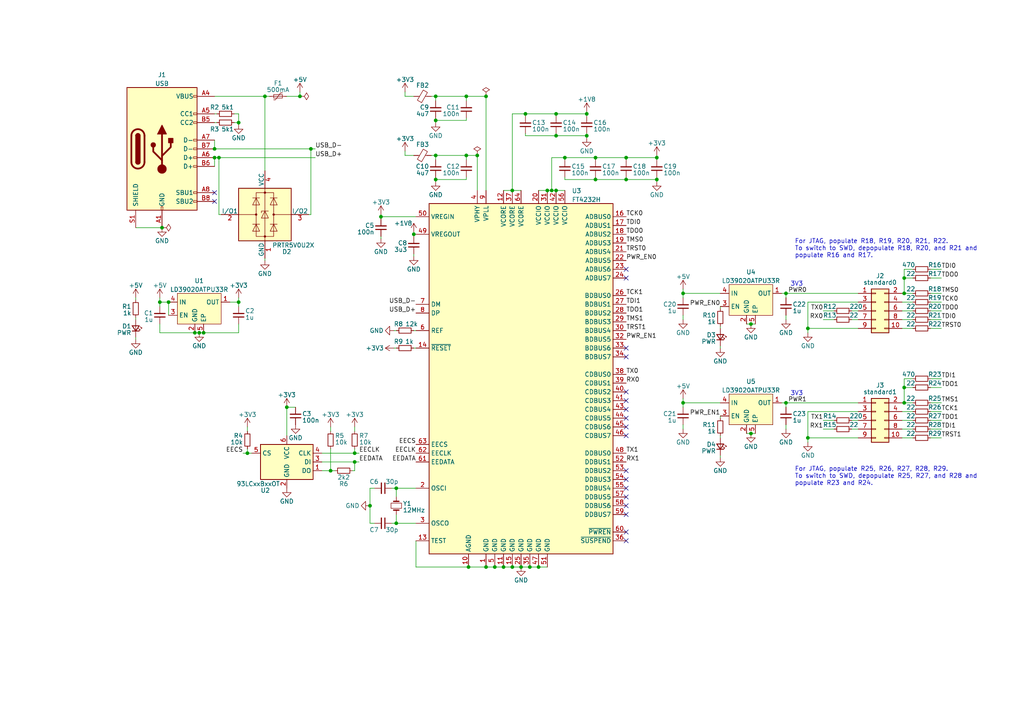
<source format=kicad_sch>
(kicad_sch (version 20230121) (generator eeschema)
  (paper "A4")
  (lib_symbols
    (symbol "Connector:USB_C_Receptacle_USB2.0" (pin_names (offset 1.016))
      (property "Reference" "J" (at -10.16 19.05 0))
      (property "Value" "USB_C_Receptacle_USB2.0" (at 19.05 19.05 0))
      (symbol "USB_C_Receptacle_USB2.0_1_1"
        (pin passive line (at 0 -22.86 90) (length 5.08) (name "GND") (number "A1"))
        (pin passive line (at 0 -22.86 90) (length 5.08) hide (name "GND") (number "A12"))
        (pin passive line (at 15.24 15.24 180) (length 5.08) (name "VBUS") (number "A4"))
        (pin bidirectional line (at 15.24 10.16 180) (length 5.08) (name "CC1") (number "A5"))
        (pin bidirectional line (at 15.24 -2.54 180) (length 5.08) (name "D+") (number "A6"))
        (pin bidirectional line (at 15.24 2.54 180) (length 5.08) (name "D-") (number "A7"))
        (pin bidirectional line (at 15.24 -12.7 180) (length 5.08) (name "SBU1") (number "A8"))
        (pin passive line (at 15.24 15.24 180) (length 5.08) hide (name "VBUS") (number "A9"))
        (pin passive line (at 0 -22.86 90) (length 5.08) hide (name "GND") (number "B1"))
        (pin passive line (at 0 -22.86 90) (length 5.08) hide (name "GND") (number "B12"))
        (pin passive line (at 15.24 15.24 180) (length 5.08) hide (name "VBUS") (number "B4"))
        (pin bidirectional line (at 15.24 7.62 180) (length 5.08) (name "CC2") (number "B5"))
        (pin bidirectional line (at 15.24 -5.08 180) (length 5.08) (name "D+") (number "B6"))
        (pin bidirectional line (at 15.24 0 180) (length 5.08) (name "D-") (number "B7"))
        (pin bidirectional line (at 15.24 -15.24 180) (length 5.08) (name "SBU2") (number "B8"))
        (pin passive line (at 15.24 15.24 180) (length 5.08) hide (name "VBUS") (number "B9"))
        (pin passive line (at -7.62 -22.86 90) (length 5.08) (name "SHIELD") (number "S1"))
      )
    )
    (symbol "Connector_Generic:Conn_02x05_Odd_Even" (pin_names (offset 1.016) hide)
      (property "Reference" "J" (at 1.27 7.62 0))
      (property "Value" "Conn_02x05_Odd_Even" (at 1.27 -7.62 0))
      (symbol "Conn_02x05_Odd_Even_1_1"
        (pin passive line (at -5.08 5.08 0) (length 3.81) (name "Pin_1") (number "1"))
        (pin passive line (at 7.62 -5.08 180) (length 3.81) (name "Pin_10") (number "10"))
        (pin passive line (at 7.62 5.08 180) (length 3.81) (name "Pin_2") (number "2"))
        (pin passive line (at -5.08 2.54 0) (length 3.81) (name "Pin_3") (number "3"))
        (pin passive line (at 7.62 2.54 180) (length 3.81) (name "Pin_4") (number "4"))
        (pin passive line (at -5.08 0 0) (length 3.81) (name "Pin_5") (number "5"))
        (pin passive line (at 7.62 0 180) (length 3.81) (name "Pin_6") (number "6"))
        (pin passive line (at -5.08 -2.54 0) (length 3.81) (name "Pin_7") (number "7"))
        (pin passive line (at 7.62 -2.54 180) (length 3.81) (name "Pin_8") (number "8"))
        (pin passive line (at -5.08 -5.08 0) (length 3.81) (name "Pin_9") (number "9"))
      )
    )
    (symbol "Device:C_Small" (pin_numbers hide) (pin_names (offset 0.254) hide)
      (property "Reference" "C" (at 0.254 1.778 0))
      (property "Value" "C_Small" (at 0.254 -2.032 0))
      (symbol "C_Small_1_1"
        (pin passive line (at 0 2.54 270) (length 2.032) (name "~") (number "1"))
        (pin passive line (at 0 -2.54 90) (length 2.032) (name "~") (number "2"))
      )
    )
    (symbol "Device:Crystal_Small" (pin_numbers hide) (pin_names (offset 1.016) hide)
      (property "Reference" "Y" (at 0 2.54 0))
      (property "Value" "Crystal_Small" (at 0 -2.54 0))
      (symbol "Crystal_Small_1_1"
        (pin passive line (at -2.54 0 0) (length 1.27) (name "1") (number "1"))
        (pin passive line (at 2.54 0 180) (length 1.27) (name "2") (number "2"))
      )
    )
    (symbol "Device:FerriteBead_Small" (pin_numbers hide) (pin_names (offset 0))
      (property "Reference" "FB" (at 1.905 1.27 0))
      (property "Value" "FerriteBead_Small" (at 1.905 -1.27 0))
      (symbol "FerriteBead_Small_1_1"
        (pin passive line (at 0 2.54 270) (length 1.27) (name "~") (number "1"))
        (pin passive line (at 0 -2.54 90) (length 1.27) (name "~") (number "2"))
      )
    )
    (symbol "Device:LED_Small" (pin_numbers hide) (pin_names (offset 0.254) hide)
      (property "Reference" "D" (at -1.27 3.175 0))
      (property "Value" "LED_Small" (at -4.445 -2.54 0))
      (symbol "LED_Small_1_1"
        (pin passive line (at -2.54 0 0) (length 1.778) (name "K") (number "1"))
        (pin passive line (at 2.54 0 180) (length 1.778) (name "A") (number "2"))
      )
    )
    (symbol "Device:Polyfuse_Small" (pin_numbers hide) (pin_names (offset 0))
      (property "Reference" "F" (at -1.905 0 90))
      (property "Value" "Polyfuse_Small" (at 1.905 0 90))
      (symbol "Polyfuse_Small_1_1"
        (pin passive line (at 0 2.54 270) (length 0.635) (name "~") (number "1"))
        (pin passive line (at 0 -2.54 90) (length 0.635) (name "~") (number "2"))
      )
    )
    (symbol "Device:R_Small" (pin_numbers hide) (pin_names (offset 0.254) hide)
      (property "Reference" "R" (at 0.762 0.508 0))
      (property "Value" "R_Small" (at 0.762 -1.016 0))
      (symbol "R_Small_1_1"
        (pin passive line (at 0 2.54 270) (length 0.762) (name "~") (number "1"))
        (pin passive line (at 0 -2.54 90) (length 0.762) (name "~") (number "2"))
      )
    )
    (symbol "Interface_USB:FT4232H"
      (property "Reference" "U" (at -26.67 53.34 0))
      (property "Value" "FT4232H" (at 19.05 53.34 0))
      (symbol "FT4232H_1_1"
        (pin power_in line (at -10.16 -53.34 90) (length 3.81) (name "GND") (number "1"))
        (pin power_in line (at -15.24 -53.34 90) (length 3.81) (name "AGND") (number "10"))
        (pin power_in line (at -5.08 -53.34 90) (length 3.81) (name "GND") (number "11"))
        (pin power_in line (at -5.08 55.88 270) (length 3.81) (name "VCORE") (number "12"))
        (pin input line (at -30.48 -45.72 0) (length 3.81) (name "TEST") (number "13"))
        (pin input line (at -30.48 10.16 0) (length 3.81) (name "~{RESET}") (number "14"))
        (pin power_in line (at -2.54 -53.34 90) (length 3.81) (name "GND") (number "15"))
        (pin bidirectional line (at 30.48 48.26 180) (length 3.81) (name "ADBUS0") (number "16"))
        (pin bidirectional line (at 30.48 45.72 180) (length 3.81) (name "ADBUS1") (number "17"))
        (pin bidirectional line (at 30.48 43.18 180) (length 3.81) (name "ADBUS2") (number "18"))
        (pin bidirectional line (at 30.48 40.64 180) (length 3.81) (name "ADBUS3") (number "19"))
        (pin input line (at -30.48 -30.48 0) (length 3.81) (name "OSCI") (number "2"))
        (pin power_in line (at 5.08 55.88 270) (length 3.81) (name "VCCIO") (number "20"))
        (pin bidirectional line (at 30.48 38.1 180) (length 3.81) (name "ADBUS4") (number "21"))
        (pin bidirectional line (at 30.48 35.56 180) (length 3.81) (name "ADBUS5") (number "22"))
        (pin bidirectional line (at 30.48 33.02 180) (length 3.81) (name "ADBUS6") (number "23"))
        (pin bidirectional line (at 30.48 30.48 180) (length 3.81) (name "ADBUS7") (number "24"))
        (pin power_in line (at 0 -53.34 90) (length 3.81) (name "GND") (number "25"))
        (pin bidirectional line (at 30.48 25.4 180) (length 3.81) (name "BDBUS0") (number "26"))
        (pin bidirectional line (at 30.48 22.86 180) (length 3.81) (name "BDBUS1") (number "27"))
        (pin bidirectional line (at 30.48 20.32 180) (length 3.81) (name "BDBUS2") (number "28"))
        (pin bidirectional line (at 30.48 17.78 180) (length 3.81) (name "BDBUS3") (number "29"))
        (pin output line (at -30.48 -40.64 0) (length 3.81) (name "OSCO") (number "3"))
        (pin bidirectional line (at 30.48 15.24 180) (length 3.81) (name "BDBUS4") (number "30"))
        (pin power_in line (at 7.62 55.88 270) (length 3.81) (name "VCCIO") (number "31"))
        (pin bidirectional line (at 30.48 12.7 180) (length 3.81) (name "BDBUS5") (number "32"))
        (pin bidirectional line (at 30.48 10.16 180) (length 3.81) (name "BDBUS6") (number "33"))
        (pin bidirectional line (at 30.48 7.62 180) (length 3.81) (name "BDBUS7") (number "34"))
        (pin power_in line (at 2.54 -53.34 90) (length 3.81) (name "GND") (number "35"))
        (pin output line (at 30.48 -45.72 180) (length 3.81) (name "~{SUSPEND}") (number "36"))
        (pin power_in line (at -2.54 55.88 270) (length 3.81) (name "VCORE") (number "37"))
        (pin bidirectional line (at 30.48 2.54 180) (length 3.81) (name "CDBUS0") (number "38"))
        (pin bidirectional line (at 30.48 0 180) (length 3.81) (name "CDBUS1") (number "39"))
        (pin power_in line (at -12.7 55.88 270) (length 3.81) (name "VPHY") (number "4"))
        (pin bidirectional line (at 30.48 -2.54 180) (length 3.81) (name "CDBUS2") (number "40"))
        (pin bidirectional line (at 30.48 -5.08 180) (length 3.81) (name "CDBUS3") (number "41"))
        (pin power_in line (at 10.16 55.88 270) (length 3.81) (name "VCCIO") (number "42"))
        (pin bidirectional line (at 30.48 -7.62 180) (length 3.81) (name "CDBUS4") (number "43"))
        (pin bidirectional line (at 30.48 -10.16 180) (length 3.81) (name "CDBUS5") (number "44"))
        (pin bidirectional line (at 30.48 -12.7 180) (length 3.81) (name "CDBUS6") (number "45"))
        (pin bidirectional line (at 30.48 -15.24 180) (length 3.81) (name "CDBUS7") (number "46"))
        (pin power_in line (at 5.08 -53.34 90) (length 3.81) (name "GND") (number "47"))
        (pin bidirectional line (at 30.48 -20.32 180) (length 3.81) (name "DDBUS0") (number "48"))
        (pin power_out line (at -30.48 43.18 0) (length 3.81) (name "VREGOUT") (number "49"))
        (pin power_in line (at -7.62 -53.34 90) (length 3.81) (name "GND") (number "5"))
        (pin power_in line (at -30.48 48.26 0) (length 3.81) (name "VREGIN") (number "50"))
        (pin power_in line (at 7.62 -53.34 90) (length 3.81) (name "GND") (number "51"))
        (pin bidirectional line (at 30.48 -22.86 180) (length 3.81) (name "DDBUS1") (number "52"))
        (pin bidirectional line (at 30.48 -25.4 180) (length 3.81) (name "DDBUS2") (number "53"))
        (pin bidirectional line (at 30.48 -27.94 180) (length 3.81) (name "DDBUS3") (number "54"))
        (pin bidirectional line (at 30.48 -30.48 180) (length 3.81) (name "DDBUS4") (number "55"))
        (pin power_in line (at 12.7 55.88 270) (length 3.81) (name "VCCIO") (number "56"))
        (pin bidirectional line (at 30.48 -33.02 180) (length 3.81) (name "DDBUS5") (number "57"))
        (pin bidirectional line (at 30.48 -35.56 180) (length 3.81) (name "DDBUS6") (number "58"))
        (pin bidirectional line (at 30.48 -38.1 180) (length 3.81) (name "DDBUS7") (number "59"))
        (pin input line (at -30.48 15.24 0) (length 3.81) (name "REF") (number "6"))
        (pin output line (at 30.48 -43.18 180) (length 3.81) (name "~{PWREN}") (number "60"))
        (pin bidirectional line (at -30.48 -22.86 0) (length 3.81) (name "EEDATA") (number "61"))
        (pin output line (at -30.48 -20.32 0) (length 3.81) (name "EECLK") (number "62"))
        (pin output line (at -30.48 -17.78 0) (length 3.81) (name "EECS") (number "63"))
        (pin power_in line (at 0 55.88 270) (length 3.81) (name "VCORE") (number "64"))
        (pin bidirectional line (at -30.48 22.86 0) (length 3.81) (name "DM") (number "7"))
        (pin bidirectional line (at -30.48 20.32 0) (length 3.81) (name "DP") (number "8"))
        (pin power_in line (at -10.16 55.88 270) (length 3.81) (name "VPLL") (number "9"))
      )
    )
    (symbol "Memory_EEPROM:93LCxxBxxOT"
      (property "Reference" "U" (at -6.35 6.35 0))
      (property "Value" "93LCxxBxxOT" (at 7.62 -6.35 0))
      (symbol "93LCxxBxxOT_1_1"
        (pin tri_state line (at 10.16 -2.54 180) (length 2.54) (name "DO") (number "1"))
        (pin power_in line (at 0 -7.62 90) (length 2.54) (name "GND") (number "2"))
        (pin input line (at 10.16 0 180) (length 2.54) (name "DI") (number "3"))
        (pin input line (at 10.16 2.54 180) (length 2.54) (name "CLK") (number "4"))
        (pin input line (at -10.16 2.54 0) (length 2.54) (name "CS") (number "5"))
        (pin power_in line (at 0 7.62 270) (length 2.54) (name "VCC") (number "6"))
      )
    )
    (symbol "Power_Protection:PRTR5V0U2X" (pin_names (offset 0))
      (property "Reference" "D" (at 2.794 8.636 0))
      (property "Value" "PRTR5V0U2X" (at 8.128 -9.398 0))
      (symbol "PRTR5V0U2X_1_1"
        (pin passive line (at 0 -12.7 90) (length 5.08) (name "GND") (number "1"))
        (pin passive line (at -12.7 0 0) (length 5.08) (name "I/O1") (number "2"))
        (pin passive line (at 12.7 0 180) (length 5.08) (name "I/O2") (number "3"))
        (pin passive line (at 0 12.7 270) (length 5.08) (name "VCC") (number "4"))
      )
    )
    (symbol "extraparts:LD39020"
      (property "Reference" "U" (at 0 6.35 0))
      (property "Value" "LD39020" (at 0 3.81 0))
      (symbol "LD39020_1_1"
        (pin power_out line (at 8.89 0 180) (length 2.54) (name "OUT") (number "1"))
        (pin power_in line (at -1.27 -8.89 90) (length 2.54) (name "GND") (number "2"))
        (pin input line (at -8.89 -3.81 0) (length 2.54) (name "EN") (number "3"))
        (pin power_in line (at -8.89 0 0) (length 2.54) (name "IN") (number "4"))
        (pin input line (at 1.27 -8.89 90) (length 2.54) (name "EP") (number "5"))
      )
    )
    (symbol "power:+1V8" (power) (pin_names (offset 0))
      (property "Value" "+1V8" (at 0 3.556 0))
      (symbol "+1V8_1_1"
        (pin power_in line (at 0 0 90) (length 0) hide (name "+1V8") (number "1"))
      )
    )
    (symbol "power:+3V3" (power) (pin_names (offset 0))
      (property "Value" "+3V3" (at 0 3.556 0))
      (symbol "+3V3_1_1"
        (pin power_in line (at 0 0 90) (length 0) hide (name "+3V3") (number "1"))
      )
    )
    (symbol "power:+5V" (power) (pin_names (offset 0))
      (property "Value" "+5V" (at 0 3.556 0))
      (symbol "+5V_1_1"
        (pin power_in line (at 0 0 90) (length 0) hide (name "+5V") (number "1"))
      )
    )
    (symbol "power:GND" (power) (pin_names (offset 0))
      (property "Value" "GND" (at 0 -3.81 0))
      (symbol "GND_1_1"
        (pin power_in line (at 0 0 270) (length 0) hide (name "GND") (number "1"))
      )
    )
    (symbol "power:PWR_FLAG" (power) (pin_numbers hide) (pin_names (offset 0) hide)
      (property "Value" "PWR_FLAG" (at 0 3.81 0))
      (symbol "PWR_FLAG_0_0"
        (pin power_out line (at 0 0 90) (length 0) (name "pwr") (number "1"))
      )
    )
  )
  (junction (at 234.315 127))
  (junction (at 170.18 39.37))
  (junction (at 57.785 96.52))
  (junction (at 59.055 96.52))
  (junction (at 198.12 116.84))
  (junction (at 143.51 164.465))
  (junction (at 95.885 136.525))
  (junction (at 69.215 87.63))
  (junction (at 163.83 45.72))
  (junction (at 126.365 27.94))
  (junction (at 138.43 45.085))
  (junction (at 227.965 85.09))
  (junction (at 262.255 85.09))
  (junction (at 62.23 45.72))
  (junction (at 102.87 131.445))
  (junction (at 140.97 164.465))
  (junction (at 135.89 164.465))
  (junction (at 114.935 151.765))
  (junction (at 262.255 116.84))
  (junction (at 160.02 55.245))
  (junction (at 56.515 96.52))
  (junction (at 227.965 116.84))
  (junction (at 170.18 33.02))
  (junction (at 107.315 146.685))
  (junction (at 181.61 45.72))
  (junction (at 90.17 43.18))
  (junction (at 63.5 45.72))
  (junction (at 148.59 164.465))
  (junction (at 46.355 87.63))
  (junction (at 76.835 27.94))
  (junction (at 148.59 55.245))
  (junction (at 126.365 34.925))
  (junction (at 135.255 27.94))
  (junction (at 172.72 45.72))
  (junction (at 181.61 52.07))
  (junction (at 135.255 45.085))
  (junction (at 172.72 52.07))
  (junction (at 190.5 52.07))
  (junction (at 190.5 45.72))
  (junction (at 234.315 95.25))
  (junction (at 156.21 164.465))
  (junction (at 86.995 27.94))
  (junction (at 198.12 85.09))
  (junction (at 217.805 93.98))
  (junction (at 110.49 62.865))
  (junction (at 152.4 33.02))
  (junction (at 46.99 66.04))
  (junction (at 126.365 45.085))
  (junction (at 146.05 164.465))
  (junction (at 83.185 118.11))
  (junction (at 262.255 80.645))
  (junction (at 151.13 164.465))
  (junction (at 161.29 55.245))
  (junction (at 120.015 67.945))
  (junction (at 69.215 35.56))
  (junction (at 71.755 131.445))
  (junction (at 161.29 33.02))
  (junction (at 62.23 43.18))
  (junction (at 102.87 133.985))
  (junction (at 262.255 112.395))
  (junction (at 48.895 87.63))
  (junction (at 153.67 164.465))
  (junction (at 140.97 27.94))
  (junction (at 126.365 52.07))
  (junction (at 217.805 125.73))
  (junction (at 114.935 141.605))
  (junction (at 161.29 39.37))
  (junction (at 158.75 55.245))
  (no_connect (at 181.61 126.365))
  (no_connect (at 181.61 123.825))
  (no_connect (at 181.61 103.505))
  (no_connect (at 181.61 156.845))
  (no_connect (at 181.61 118.745))
  (no_connect (at 181.61 121.285))
  (no_connect (at 181.61 116.205))
  (no_connect (at 181.61 100.965))
  (no_connect (at 181.61 149.225))
  (no_connect (at 181.61 146.685))
  (no_connect (at 181.61 78.105))
  (no_connect (at 62.23 55.88))
  (no_connect (at 181.61 139.065))
  (no_connect (at 181.61 136.525))
  (no_connect (at 62.23 58.42))
  (no_connect (at 181.61 141.605))
  (no_connect (at 181.61 154.305))
  (no_connect (at 181.61 144.145))
  (no_connect (at 181.61 80.645))
  (no_connect (at 181.61 113.665))
  (wire (pts (xy 234.315 95.25) (xy 248.92 95.25)))
  (wire (pts (xy 107.315 151.765) (xy 108.585 151.765)))
  (wire (pts (xy 238.76 90.17) (xy 241.935 90.17)))
  (wire (pts (xy 190.5 52.07) (xy 190.5 52.705)))
  (wire (pts (xy 126.365 34.29) (xy 126.365 34.925)))
  (wire (pts (xy 69.215 96.52) (xy 69.215 93.98)))
  (wire (pts (xy 198.12 116.84) (xy 198.12 118.11)))
  (wire (pts (xy 158.75 55.245) (xy 160.02 55.245)))
  (wire (pts (xy 62.23 40.64) (xy 62.23 43.18)))
  (wire (pts (xy 110.49 68.58) (xy 110.49 69.215)))
  (wire (pts (xy 59.055 96.52) (xy 69.215 96.52)))
  (wire (pts (xy 156.21 55.245) (xy 158.75 55.245)))
  (wire (pts (xy 172.72 45.72) (xy 172.72 46.355)))
  (wire (pts (xy 102.235 136.525) (xy 102.87 136.525)))
  (wire (pts (xy 160.02 55.245) (xy 160.02 45.72)))
  (wire (pts (xy 161.29 55.245) (xy 163.83 55.245)))
  (wire (pts (xy 262.255 85.09) (xy 264.795 85.09)))
  (wire (pts (xy 63.5 62.23) (xy 63.5 45.72)))
  (wire (pts (xy 247.015 92.71) (xy 248.92 92.71)))
  (wire (pts (xy 227.965 116.84) (xy 227.965 118.11)))
  (wire (pts (xy 117.475 26.67) (xy 117.475 27.94)))
  (wire (pts (xy 247.015 124.46) (xy 248.92 124.46)))
  (wire (pts (xy 110.49 62.865) (xy 120.65 62.865)))
  (wire (pts (xy 148.59 33.02) (xy 152.4 33.02)))
  (wire (pts (xy 148.59 55.245) (xy 151.13 55.245)))
  (wire (pts (xy 62.23 43.18) (xy 90.17 43.18)))
  (wire (pts (xy 125.095 45.085) (xy 126.365 45.085)))
  (wire (pts (xy 170.18 32.385) (xy 170.18 33.02)))
  (wire (pts (xy 172.72 45.72) (xy 181.61 45.72)))
  (wire (pts (xy 163.83 45.72) (xy 172.72 45.72)))
  (wire (pts (xy 114.935 149.225) (xy 114.935 151.765)))
  (wire (pts (xy 151.13 164.465) (xy 153.67 164.465)))
  (wire (pts (xy 110.49 63.5) (xy 110.49 62.865)))
  (wire (pts (xy 261.62 90.17) (xy 264.795 90.17)))
  (wire (pts (xy 152.4 39.37) (xy 161.29 39.37)))
  (wire (pts (xy 160.02 45.72) (xy 163.83 45.72)))
  (wire (pts (xy 198.12 115.57) (xy 198.12 116.84)))
  (wire (pts (xy 114.3 95.885) (xy 114.935 95.885)))
  (wire (pts (xy 198.12 83.82) (xy 198.12 85.09)))
  (wire (pts (xy 46.355 87.63) (xy 46.355 88.9)))
  (wire (pts (xy 269.875 92.71) (xy 273.05 92.71)))
  (wire (pts (xy 261.62 127) (xy 264.795 127)))
  (wire (pts (xy 126.365 45.085) (xy 126.365 46.355)))
  (wire (pts (xy 148.59 55.245) (xy 148.59 33.02)))
  (wire (pts (xy 238.76 92.71) (xy 241.935 92.71)))
  (wire (pts (xy 135.255 34.925) (xy 135.255 34.29)))
  (wire (pts (xy 261.62 116.84) (xy 262.255 116.84)))
  (wire (pts (xy 161.29 33.02) (xy 161.29 33.655)))
  (wire (pts (xy 76.835 74.93) (xy 76.835 75.565)))
  (wire (pts (xy 114.935 141.605) (xy 120.65 141.605)))
  (wire (pts (xy 93.345 133.985) (xy 102.87 133.985)))
  (wire (pts (xy 269.875 80.645) (xy 273.05 80.645)))
  (wire (pts (xy 135.255 45.085) (xy 138.43 45.085)))
  (wire (pts (xy 48.895 87.63) (xy 48.895 91.44)))
  (wire (pts (xy 262.255 80.645) (xy 264.795 80.645)))
  (wire (pts (xy 39.37 66.04) (xy 46.99 66.04)))
  (wire (pts (xy 264.795 109.855) (xy 262.255 109.855)))
  (wire (pts (xy 117.475 43.815) (xy 117.475 45.085)))
  (wire (pts (xy 208.915 120.65) (xy 208.915 121.285)))
  (wire (pts (xy 160.02 55.245) (xy 161.29 55.245)))
  (wire (pts (xy 46.355 96.52) (xy 56.515 96.52)))
  (wire (pts (xy 234.315 95.25) (xy 234.315 87.63)))
  (wire (pts (xy 114.935 151.765) (xy 120.65 151.765)))
  (wire (pts (xy 216.535 125.73) (xy 217.805 125.73)))
  (wire (pts (xy 234.315 128.27) (xy 234.315 127)))
  (wire (pts (xy 86.995 27.94) (xy 86.995 26.67)))
  (wire (pts (xy 120.65 164.465) (xy 135.89 164.465)))
  (wire (pts (xy 39.37 92.075) (xy 39.37 92.71)))
  (wire (pts (xy 90.17 62.23) (xy 89.535 62.23)))
  (wire (pts (xy 126.365 27.94) (xy 126.365 29.21)))
  (wire (pts (xy 269.875 109.855) (xy 273.05 109.855)))
  (wire (pts (xy 198.12 85.09) (xy 198.12 86.36)))
  (wire (pts (xy 135.89 164.465) (xy 140.97 164.465)))
  (wire (pts (xy 69.215 87.63) (xy 69.215 88.9)))
  (wire (pts (xy 181.61 52.07) (xy 190.5 52.07)))
  (wire (pts (xy 163.83 52.07) (xy 172.72 52.07)))
  (wire (pts (xy 262.255 112.395) (xy 262.255 116.84)))
  (wire (pts (xy 107.315 146.685) (xy 107.315 151.765)))
  (wire (pts (xy 163.83 45.72) (xy 163.83 46.355)))
  (wire (pts (xy 262.255 112.395) (xy 264.795 112.395)))
  (wire (pts (xy 120.015 67.31) (xy 120.015 67.945)))
  (wire (pts (xy 152.4 33.655) (xy 152.4 33.02)))
  (wire (pts (xy 126.365 51.435) (xy 126.365 52.07)))
  (wire (pts (xy 262.255 109.855) (xy 262.255 112.395)))
  (wire (pts (xy 93.345 131.445) (xy 102.87 131.445)))
  (wire (pts (xy 62.23 35.56) (xy 62.865 35.56)))
  (wire (pts (xy 140.97 27.94) (xy 140.97 55.245)))
  (wire (pts (xy 114.3 100.965) (xy 114.935 100.965)))
  (wire (pts (xy 269.875 90.17) (xy 273.05 90.17)))
  (wire (pts (xy 269.875 121.92) (xy 273.05 121.92)))
  (wire (pts (xy 234.315 96.52) (xy 234.315 95.25)))
  (wire (pts (xy 62.23 45.72) (xy 63.5 45.72)))
  (wire (pts (xy 107.315 141.605) (xy 107.315 146.685)))
  (wire (pts (xy 67.945 33.02) (xy 69.215 33.02)))
  (wire (pts (xy 269.875 112.395) (xy 273.05 112.395)))
  (wire (pts (xy 102.87 133.985) (xy 104.14 133.985)))
  (wire (pts (xy 76.835 27.94) (xy 76.835 49.53)))
  (wire (pts (xy 226.695 116.84) (xy 227.965 116.84)))
  (wire (pts (xy 90.17 43.18) (xy 91.44 43.18)))
  (wire (pts (xy 181.61 52.07) (xy 181.61 51.435)))
  (wire (pts (xy 170.18 33.02) (xy 170.18 33.655)))
  (wire (pts (xy 247.015 121.92) (xy 248.92 121.92)))
  (wire (pts (xy 226.695 85.09) (xy 227.965 85.09)))
  (wire (pts (xy 234.315 127) (xy 248.92 127)))
  (wire (pts (xy 120.015 73.66) (xy 120.015 74.295)))
  (wire (pts (xy 172.72 52.07) (xy 181.61 52.07)))
  (wire (pts (xy 120.015 100.965) (xy 120.65 100.965)))
  (wire (pts (xy 170.18 39.37) (xy 170.18 38.735)))
  (wire (pts (xy 208.915 100.33) (xy 208.915 100.965)))
  (wire (pts (xy 126.365 27.94) (xy 135.255 27.94)))
  (wire (pts (xy 71.755 130.175) (xy 71.755 131.445)))
  (wire (pts (xy 262.255 116.84) (xy 264.795 116.84)))
  (wire (pts (xy 152.4 33.02) (xy 161.29 33.02)))
  (wire (pts (xy 190.5 45.72) (xy 190.5 46.355)))
  (wire (pts (xy 83.185 118.11) (xy 85.725 118.11)))
  (wire (pts (xy 161.29 39.37) (xy 161.29 38.735)))
  (wire (pts (xy 70.485 131.445) (xy 71.755 131.445)))
  (wire (pts (xy 67.945 35.56) (xy 69.215 35.56)))
  (wire (pts (xy 208.915 88.9) (xy 208.915 89.535)))
  (wire (pts (xy 143.51 164.465) (xy 146.05 164.465)))
  (wire (pts (xy 190.5 45.085) (xy 190.5 45.72)))
  (wire (pts (xy 102.87 123.825) (xy 102.87 125.095)))
  (wire (pts (xy 269.875 85.09) (xy 273.05 85.09)))
  (wire (pts (xy 140.97 164.465) (xy 143.51 164.465)))
  (wire (pts (xy 114.935 141.605) (xy 113.665 141.605)))
  (wire (pts (xy 135.255 27.94) (xy 135.255 29.21)))
  (wire (pts (xy 135.255 52.07) (xy 135.255 51.435)))
  (wire (pts (xy 120.65 156.845) (xy 120.65 164.465)))
  (wire (pts (xy 269.875 116.84) (xy 273.05 116.84)))
  (wire (pts (xy 152.4 39.37) (xy 152.4 38.735)))
  (wire (pts (xy 148.59 164.465) (xy 151.13 164.465)))
  (wire (pts (xy 90.17 43.18) (xy 90.17 62.23)))
  (wire (pts (xy 227.965 85.09) (xy 227.965 86.36)))
  (wire (pts (xy 161.29 33.02) (xy 170.18 33.02)))
  (wire (pts (xy 69.215 86.36) (xy 69.215 87.63)))
  (wire (pts (xy 217.805 93.98) (xy 219.075 93.98)))
  (wire (pts (xy 56.515 96.52) (xy 57.785 96.52)))
  (wire (pts (xy 227.965 91.44) (xy 227.965 92.71)))
  (wire (pts (xy 39.37 86.36) (xy 39.37 86.995)))
  (wire (pts (xy 95.885 136.525) (xy 97.155 136.525)))
  (wire (pts (xy 227.965 85.09) (xy 248.92 85.09)))
  (wire (pts (xy 95.885 130.175) (xy 95.885 136.525)))
  (wire (pts (xy 102.87 130.175) (xy 102.87 131.445)))
  (wire (pts (xy 227.965 123.19) (xy 227.965 124.46)))
  (wire (pts (xy 102.87 131.445) (xy 104.14 131.445)))
  (wire (pts (xy 117.475 45.085) (xy 120.015 45.085)))
  (wire (pts (xy 198.12 91.44) (xy 198.12 92.71)))
  (wire (pts (xy 216.535 93.98) (xy 217.805 93.98)))
  (wire (pts (xy 161.29 39.37) (xy 170.18 39.37)))
  (wire (pts (xy 170.18 39.37) (xy 170.18 40.005)))
  (wire (pts (xy 93.345 136.525) (xy 95.885 136.525)))
  (wire (pts (xy 102.87 136.525) (xy 102.87 133.985)))
  (wire (pts (xy 125.095 27.94) (xy 126.365 27.94)))
  (wire (pts (xy 261.62 119.38) (xy 264.795 119.38)))
  (wire (pts (xy 71.755 123.825) (xy 71.755 125.095)))
  (wire (pts (xy 217.805 125.73) (xy 219.075 125.73)))
  (wire (pts (xy 62.23 45.72) (xy 62.23 48.26)))
  (wire (pts (xy 126.365 52.07) (xy 135.255 52.07)))
  (wire (pts (xy 269.875 87.63) (xy 273.05 87.63)))
  (wire (pts (xy 238.76 124.46) (xy 241.935 124.46)))
  (wire (pts (xy 83.185 118.11) (xy 83.185 126.365)))
  (wire (pts (xy 146.05 55.245) (xy 148.59 55.245)))
  (wire (pts (xy 269.875 127) (xy 273.05 127)))
  (wire (pts (xy 126.365 34.925) (xy 135.255 34.925)))
  (wire (pts (xy 62.23 27.94) (xy 76.835 27.94)))
  (wire (pts (xy 120.015 67.945) (xy 120.65 67.945)))
  (wire (pts (xy 208.915 126.365) (xy 208.915 127)))
  (wire (pts (xy 57.785 96.52) (xy 59.055 96.52)))
  (wire (pts (xy 120.015 95.885) (xy 120.65 95.885)))
  (wire (pts (xy 261.62 85.09) (xy 262.255 85.09)))
  (wire (pts (xy 110.49 62.23) (xy 110.49 62.865)))
  (wire (pts (xy 261.62 124.46) (xy 264.795 124.46)))
  (wire (pts (xy 234.315 87.63) (xy 248.92 87.63)))
  (wire (pts (xy 135.255 27.94) (xy 140.97 27.94)))
  (wire (pts (xy 69.215 33.02) (xy 69.215 35.56)))
  (wire (pts (xy 269.875 119.38) (xy 273.05 119.38)))
  (wire (pts (xy 238.76 121.92) (xy 241.935 121.92)))
  (wire (pts (xy 114.935 151.765) (xy 113.665 151.765)))
  (wire (pts (xy 135.255 45.085) (xy 135.255 46.355)))
  (wire (pts (xy 114.935 144.145) (xy 114.935 141.605)))
  (wire (pts (xy 126.365 52.07) (xy 126.365 52.705)))
  (wire (pts (xy 190.5 52.07) (xy 190.5 51.435)))
  (wire (pts (xy 181.61 45.72) (xy 190.5 45.72)))
  (wire (pts (xy 146.05 164.465) (xy 148.59 164.465)))
  (wire (pts (xy 62.23 33.02) (xy 62.865 33.02)))
  (wire (pts (xy 156.21 164.465) (xy 158.75 164.465)))
  (wire (pts (xy 39.37 97.79) (xy 39.37 98.425)))
  (wire (pts (xy 262.255 78.105) (xy 262.255 80.645)))
  (wire (pts (xy 120.015 68.58) (xy 120.015 67.945)))
  (wire (pts (xy 208.915 94.615) (xy 208.915 95.25)))
  (wire (pts (xy 261.62 87.63) (xy 264.795 87.63)))
  (wire (pts (xy 83.185 27.94) (xy 86.995 27.94)))
  (wire (pts (xy 46.355 93.98) (xy 46.355 96.52)))
  (wire (pts (xy 247.015 90.17) (xy 248.92 90.17)))
  (wire (pts (xy 66.675 87.63) (xy 69.215 87.63)))
  (wire (pts (xy 71.755 131.445) (xy 73.025 131.445)))
  (wire (pts (xy 261.62 95.25) (xy 264.795 95.25)))
  (wire (pts (xy 63.5 62.23) (xy 64.135 62.23)))
  (wire (pts (xy 269.875 95.25) (xy 273.05 95.25)))
  (wire (pts (xy 126.365 34.925) (xy 126.365 35.56)))
  (wire (pts (xy 76.835 27.94) (xy 78.105 27.94)))
  (wire (pts (xy 269.875 78.105) (xy 273.05 78.105)))
  (wire (pts (xy 234.315 127) (xy 234.315 119.38)))
  (wire (pts (xy 261.62 121.92) (xy 264.795 121.92)))
  (wire (pts (xy 126.365 45.085) (xy 135.255 45.085)))
  (wire (pts (xy 264.795 78.105) (xy 262.255 78.105)))
  (wire (pts (xy 138.43 45.085) (xy 138.43 55.245)))
  (wire (pts (xy 172.72 52.07) (xy 172.72 51.435)))
  (wire (pts (xy 198.12 116.84) (xy 208.915 116.84)))
  (wire (pts (xy 48.895 87.63) (xy 46.355 87.63)))
  (wire (pts (xy 261.62 92.71) (xy 264.795 92.71)))
  (wire (pts (xy 163.83 52.07) (xy 163.83 51.435)))
  (wire (pts (xy 153.67 164.465) (xy 156.21 164.465)))
  (wire (pts (xy 117.475 27.94) (xy 120.015 27.94)))
  (wire (pts (xy 69.215 35.56) (xy 69.215 36.195)))
  (wire (pts (xy 208.915 132.08) (xy 208.915 132.715)))
  (wire (pts (xy 227.965 116.84) (xy 248.92 116.84)))
  (wire (pts (xy 63.5 45.72) (xy 91.44 45.72)))
  (wire (pts (xy 198.12 85.09) (xy 208.915 85.09)))
  (wire (pts (xy 46.355 86.36) (xy 46.355 87.63)))
  (wire (pts (xy 269.875 124.46) (xy 273.05 124.46)))
  (wire (pts (xy 262.255 80.645) (xy 262.255 85.09)))
  (wire (pts (xy 234.315 119.38) (xy 248.92 119.38)))
  (wire (pts (xy 95.885 123.825) (xy 95.885 125.095)))
  (wire (pts (xy 198.12 123.19) (xy 198.12 124.46)))
  (wire (pts (xy 108.585 141.605) (xy 107.315 141.605)))
  (wire (pts (xy 181.61 45.72) (xy 181.61 46.355)))
  (text "3V3" (at 229.235 83.185 0) (effects (font (size 1.27 1.27)) (justify left bottom)))
  (text "For JTAG, populate R25, R26, R27, R28, R29.\nTo switch to SWD, depopulate R25, R27, and R28 and\npopulate R23 and R24." (at 230.505 140.97 0) (effects (font (size 1.27 1.27)) (justify left bottom)))
  (text "For JTAG, populate R18, R19, R20, R21, R22.\nTo switch to SWD, depopulate R18, R20, and R21 and\npopulate R16 and R17." (at 230.505 74.93 0) (effects (font (size 1.27 1.27)) (justify left bottom)))
  (text "3V3" (at 229.235 114.935 0) (effects (font (size 1.27 1.27)) (justify left bottom)))
  (label "TDI0" (at 273.05 92.71 0))
  (label "EEDATA" (at 120.65 133.985 180))
  (label "TRST1" (at 181.61 95.885 0))
  (label "TMS0" (at 181.61 70.485 0))
  (label "EECLK" (at 120.65 131.445 180))
  (label "EECS" (at 120.65 128.905 180))
  (label "TDO1" (at 181.61 90.805 0))
  (label "USB_D-" (at 120.65 88.265 180))
  (label "TDI1" (at 181.61 88.265 0))
  (label "TDO1" (at 273.05 112.395 0))
  (label "TDI0" (at 181.61 65.405 0))
  (label "PWR1" (at 228.6 116.84 0))
  (label "TMS1" (at 181.61 93.345 0))
  (label "TMS1" (at 273.05 116.84 0))
  (label "TDI1" (at 273.05 124.46 0))
  (label "TDO0" (at 181.61 67.945 0))
  (label "PWR_EN1" (at 181.61 98.425 0))
  (label "RX0" (at 238.76 92.71 180))
  (label "PWR_EN0" (at 181.61 75.565 0))
  (label "USB_D+" (at 91.44 45.72 0))
  (label "USB_D-" (at 91.44 43.18 0))
  (label "RX1" (at 238.76 124.46 180))
  (label "TDI0" (at 273.05 78.105 0))
  (label "TCK1" (at 181.61 85.725 0))
  (label "TCK1" (at 273.05 119.38 0))
  (label "PWR_EN0" (at 208.915 88.9 180))
  (label "TDI1" (at 273.05 109.855 0))
  (label "TMS0" (at 273.05 85.09 0))
  (label "TX0" (at 181.61 108.585 0))
  (label "TX1" (at 238.76 121.92 180))
  (label "TDO0" (at 273.05 90.17 0))
  (label "EECLK" (at 104.14 131.445 0))
  (label "TX0" (at 238.76 90.17 180))
  (label "RX1" (at 181.61 133.985 0))
  (label "TDO0" (at 273.05 80.645 0))
  (label "PWR0" (at 228.6 85.09 0))
  (label "TRST0" (at 273.05 95.25 0))
  (label "TRST0" (at 181.61 73.025 0))
  (label "TCK0" (at 181.61 62.865 0))
  (label "RX0" (at 181.61 111.125 0))
  (label "TDO1" (at 273.05 121.92 0))
  (label "TX1" (at 181.61 131.445 0))
  (label "TRST1" (at 273.05 127 0))
  (label "EECS" (at 70.485 131.445 180))
  (label "TCK0" (at 273.05 87.63 0))
  (label "EEDATA" (at 104.14 133.985 0))
  (label "USB_D+" (at 120.65 90.805 180))
  (label "PWR_EN1" (at 208.915 120.65 180))
  (symbol (lib_id "power:GND") (at 217.805 93.98 0) (unit 1)
    (property "Reference" "#PWR039" (effects hide))
    (property "Value" "GND" (at 217.805 97.79 0))
  )
  (symbol (lib_id "Device:R_Small") (at 117.475 95.885 90) (unit 1)
    (property "Reference" "R8" (at 115.57 93.98 90))
    (property "Value" "12k" (at 119.38 93.98 90))
    (property "Footprint" "Resistor_SMD:R_0402_1005Metric" (effects hide))
  )
  (symbol (lib_id "power:+5V") (at 86.995 26.67 0) (unit 1)
    (property "Reference" "#PWR013" (effects hide))
    (property "Value" "+5V" (at 86.995 23.0942 0))
  )
  (symbol (lib_id "power:+3V3") (at 102.87 123.825 0) (unit 1)
    (property "Reference" "#PWR016" (effects hide))
    (property "Value" "+3V3" (at 102.87 120.2492 0))
  )
  (symbol (lib_id "power:GND") (at 227.965 124.46 0) (unit 1)
    (property "Reference" "#PWR042" (effects hide))
    (property "Value" "GND" (at 227.965 128.27 0))
  )
  (symbol (lib_id "Device:R_Small") (at 39.37 89.535 0) (mirror y) (unit 1)
    (property "Reference" "R1" (at 38.1 88.9 0) (effects (justify left)))
    (property "Value" "1k" (at 38.1 90.805 0) (effects (justify left)))
    (property "Footprint" "Resistor_SMD:R_0603_1608Metric" (effects hide))
  )
  (symbol (lib_id "power:+1V8") (at 120.015 67.31 0) (unit 1)
    (property "Reference" "#PWR024" (effects hide))
    (property "Value" "+1V8" (at 114.3 64.77 0) (effects (justify left)))
  )
  (symbol (lib_id "power:GND") (at 234.315 96.52 0) (unit 1)
    (property "Reference" "#PWR043" (effects hide))
    (property "Value" "GND" (at 234.315 100.33 0))
  )
  (symbol (lib_id "Device:C_Small") (at 126.365 31.75 0) (mirror x) (unit 1)
    (property "Reference" "C9" (at 124.46 31.115 0) (effects (justify right)))
    (property "Value" "4u7" (at 124.46 33.02 0) (effects (justify right)))
    (property "Footprint" "Capacitor_SMD:C_0603_1608Metric" (effects hide))
  )
  (symbol (lib_id "Device:C_Small") (at 46.355 91.44 0) (mirror x) (unit 1)
    (property "Reference" "C1" (at 44.45 90.805 0) (effects (justify right)))
    (property "Value" "1u" (at 44.45 92.71 0) (effects (justify right)))
    (property "Footprint" "Capacitor_SMD:C_0603_1608Metric" (effects hide))
  )
  (symbol (lib_id "Device:C_Small") (at 152.4 36.195 180) (unit 1)
    (property "Reference" "C13" (at 154.305 35.56 0) (effects (justify right)))
    (property "Value" "100n" (at 154.305 37.465 0) (effects (justify right)))
    (property "Footprint" "Capacitor_SMD:C_0603_1608Metric" (effects hide))
  )
  (symbol (lib_id "Device:Polyfuse_Small") (at 80.645 27.94 90) (unit 1)
    (property "Reference" "F1" (at 80.645 24.13 90))
    (property "Value" "500mA" (at 80.645 26.035 90))
    (property "Footprint" "Fuse:Fuse_1206_3216Metric" (effects hide))
  )
  (symbol (lib_id "Device:R_Small") (at 267.335 85.09 90) (unit 1)
    (property "Reference" "R18" (at 271.145 83.82 90))
    (property "Value" "22" (at 264.16 83.82 90))
    (property "Footprint" "Resistor_SMD:R_0603_1608Metric" (effects hide))
  )
  (symbol (lib_id "Device:R_Small") (at 71.755 127.635 0) (mirror x) (unit 1)
    (property "Reference" "R4" (at 70.485 126.365 0) (effects (justify right)))
    (property "Value" "10k" (at 70.485 128.27 0) (effects (justify right)))
    (property "Footprint" "Resistor_SMD:R_0603_1608Metric" (effects hide))
  )
  (symbol (lib_id "extraparts:LD39020") (at 57.785 87.63 0) (unit 1)
    (property "Reference" "U1" (at 57.785 81.441 0))
    (property "Value" "LD39020ATPU33R" (at 57.785 83.9779 0))
    (property "Footprint" "Package_DFN_QFN:UDFN-4-1EP_1x1mm_P0.65mm_EP0.48x0.48mm" (effects hide))
  )
  (symbol (lib_id "Device:C_Small") (at 69.215 91.44 180) (unit 1)
    (property "Reference" "C2" (at 71.12 90.17 0) (effects (justify right)))
    (property "Value" "1u" (at 71.12 92.075 0) (effects (justify right)))
    (property "Footprint" "Capacitor_SMD:C_0603_1608Metric" (effects hide))
  )
  (symbol (lib_id "Device:Crystal_Small") (at 114.935 146.685 90) (unit 1)
    (property "Reference" "Y1" (at 116.84 146.05 90) (effects (justify right)))
    (property "Value" "12MHz" (at 116.84 147.955 90) (effects (justify right)))
    (property "Footprint" "Crystal:Crystal_SMD_TXC_7A-2Pin_5x3.2mm" (effects hide))
  )
  (symbol (lib_id "Device:C_Small") (at 198.12 88.9 0) (mirror x) (unit 1)
    (property "Reference" "C20" (at 196.215 88.265 0) (effects (justify right)))
    (property "Value" "1u" (at 196.215 90.17 0) (effects (justify right)))
    (property "Footprint" "Capacitor_SMD:C_0603_1608Metric" (effects hide))
  )
  (symbol (lib_id "Device:C_Small") (at 135.255 31.75 0) (mirror x) (unit 1)
    (property "Reference" "C11" (at 133.35 31.115 0) (effects (justify right)))
    (property "Value" "100n" (at 133.35 33.02 0) (effects (justify right)))
    (property "Footprint" "Capacitor_SMD:C_0603_1608Metric" (effects hide))
  )
  (symbol (lib_id "extraparts:LD39020") (at 217.805 85.09 0) (unit 1)
    (property "Reference" "U4" (at 217.805 78.901 0))
    (property "Value" "LD39020ATPU33R" (at 217.805 81.4379 0))
    (property "Footprint" "Package_DFN_QFN:UDFN-4-1EP_1x1mm_P0.65mm_EP0.48x0.48mm" (effects hide))
  )
  (symbol (lib_id "power:GND") (at 120.015 74.295 0) (unit 1)
    (property "Reference" "#PWR025" (effects hide))
    (property "Value" "GND" (at 120.015 78.105 0))
  )
  (symbol (lib_id "Device:C_Small") (at 110.49 66.04 0) (mirror x) (unit 1)
    (property "Reference" "C5" (at 108.585 65.405 0) (effects (justify right)))
    (property "Value" "100n" (at 108.585 67.31 0) (effects (justify right)))
    (property "Footprint" "Capacitor_SMD:C_0603_1608Metric" (effects hide))
  )
  (symbol (lib_id "power:GND") (at 170.18 40.005 0) (unit 1)
    (property "Reference" "#PWR030" (effects hide))
    (property "Value" "GND" (at 170.18 43.815 0))
  )
  (symbol (lib_id "power:GND") (at 126.365 35.56 0) (unit 1)
    (property "Reference" "#PWR026" (effects hide))
    (property "Value" "GND" (at 126.365 39.37 0))
  )
  (symbol (lib_id "power:GND") (at 69.215 36.195 0) (unit 1)
    (property "Reference" "#PWR06" (effects hide))
    (property "Value" "GND" (at 69.215 40.005 0))
  )
  (symbol (lib_id "Device:R_Small") (at 267.335 124.46 90) (unit 1)
    (property "Reference" "R28" (at 271.145 123.19 90))
    (property "Value" "22" (at 264.16 123.19 90))
    (property "Footprint" "Resistor_SMD:R_0603_1608Metric" (effects hide))
  )
  (symbol (lib_id "power:+5V") (at 198.12 83.82 0) (unit 1)
    (property "Reference" "#PWR033" (effects hide))
    (property "Value" "+5V" (at 198.12 80.2442 0))
  )
  (symbol (lib_id "power:GND") (at 234.315 128.27 0) (unit 1)
    (property "Reference" "#PWR044" (effects hide))
    (property "Value" "GND" (at 234.315 132.08 0))
  )
  (symbol (lib_id "extraparts:LD39020") (at 217.805 116.84 0) (unit 1)
    (property "Reference" "U5" (at 217.805 110.651 0))
    (property "Value" "LD39020ATPU33R" (at 217.805 113.1879 0))
    (property "Footprint" "Package_DFN_QFN:UDFN-4-1EP_1x1mm_P0.65mm_EP0.48x0.48mm" (effects hide))
  )
  (symbol (lib_id "Power_Protection:PRTR5V0U2X") (at 76.835 62.23 0) (unit 1)
    (property "Reference" "D2" (at 83.185 73.025 0))
    (property "Value" "PRTR5V0U2X" (at 85.09 71.12 0))
    (property "Footprint" "Package_TO_SOT_SMD:SOT-143" (effects hide))
    (property "Datasheet" "https://assets.nexperia.com/documents/data-sheet/PRTR5V0U2X.pdf" (effects hide))
  )
  (symbol (lib_id "Device:R_Small") (at 267.335 87.63 90) (unit 1)
    (property "Reference" "R19" (at 271.145 86.36 90))
    (property "Value" "22" (at 264.16 86.36 90))
    (property "Footprint" "Resistor_SMD:R_0603_1608Metric" (effects hide))
  )
  (symbol (lib_id "power:GND") (at 126.365 52.705 0) (unit 1)
    (property "Reference" "#PWR027" (effects hide))
    (property "Value" "GND" (at 126.365 56.515 0))
  )
  (symbol (lib_id "Device:C_Small") (at 111.125 141.605 270) (unit 1)
    (property "Reference" "C6" (at 109.855 139.7 90) (effects (justify right)))
    (property "Value" "30p" (at 115.57 139.7 90) (effects (justify right)))
    (property "Footprint" "Capacitor_SMD:C_0603_1608Metric" (effects hide))
  )
  (symbol (lib_id "power:GND") (at 85.725 123.19 0) (unit 1)
    (property "Reference" "#PWR012" (effects hide))
    (property "Value" "GND" (at 85.725 127 0))
  )
  (symbol (lib_id "Connector_Generic:Conn_02x05_Odd_Even") (at 254 121.92 0) (unit 1)
    (property "Reference" "J3" (at 255.27 111.76 0))
    (property "Value" "standard1" (at 255.27 113.665 0))
    (property "Footprint" "extraparts:TC2050+Header" (effects hide))
  )
  (symbol (lib_id "Device:C_Small") (at 172.72 48.895 180) (unit 1)
    (property "Reference" "C17" (at 174.625 48.26 0) (effects (justify right)))
    (property "Value" "100n" (at 174.625 50.165 0) (effects (justify right)))
    (property "Footprint" "Capacitor_SMD:C_0603_1608Metric" (effects hide))
  )
  (symbol (lib_id "power:GND") (at 46.99 66.04 0) (unit 1)
    (property "Reference" "#PWR04" (effects hide))
    (property "Value" "GND" (at 46.99 69.85 0))
  )
  (symbol (lib_id "Device:R_Small") (at 267.335 127 90) (unit 1)
    (property "Reference" "R29" (at 271.145 125.73 90))
    (property "Value" "22" (at 264.16 125.73 90))
    (property "Footprint" "Resistor_SMD:R_0603_1608Metric" (effects hide))
  )
  (symbol (lib_id "Device:LED_Small") (at 39.37 95.25 270) (mirror x) (unit 1)
    (property "Reference" "D1" (at 38.1 94.615 90) (effects (justify right)))
    (property "Value" "PWR" (at 38.1 96.52 90) (effects (justify right)))
    (property "Footprint" "LED_SMD:LED_0603_1608Metric" (effects hide))
  )
  (symbol (lib_id "power:GND") (at 114.3 95.885 270) (unit 1)
    (property "Reference" "#PWR020" (effects hide))
    (property "Value" "GND" (at 109.22 95.885 90))
  )
  (symbol (lib_id "Connector:USB_C_Receptacle_USB2.0") (at 46.99 43.18 0) (unit 1)
    (property "Reference" "J1" (at 46.99 21.7002 0))
    (property "Value" "USB" (at 46.99 24.2371 0))
    (property "Footprint" "Connector_USB:USB_C_Receptacle_Palconn_UTC16-G" (effects hide))
    (property "Datasheet" "https://www.usb.org/sites/default/files/documents/usb_type-c.zip" (effects hide))
  )
  (symbol (lib_id "Device:C_Small") (at 161.29 36.195 180) (unit 1)
    (property "Reference" "C14" (at 163.195 35.56 0) (effects (justify right)))
    (property "Value" "100n" (at 163.195 37.465 0) (effects (justify right)))
    (property "Footprint" "Capacitor_SMD:C_0603_1608Metric" (effects hide))
  )
  (symbol (lib_id "Device:R_Small") (at 117.475 100.965 90) (unit 1)
    (property "Reference" "R9" (at 115.57 99.06 90))
    (property "Value" "1k" (at 118.745 99.06 90))
    (property "Footprint" "Resistor_SMD:R_0603_1608Metric" (effects hide))
  )
  (symbol (lib_id "Device:R_Small") (at 102.87 127.635 180) (unit 1)
    (property "Reference" "R7" (at 104.14 126.365 0) (effects (justify right)))
    (property "Value" "10k" (at 104.14 128.27 0) (effects (justify right)))
    (property "Footprint" "Resistor_SMD:R_0603_1608Metric" (effects hide))
  )
  (symbol (lib_id "Device:R_Small") (at 267.335 116.84 90) (unit 1)
    (property "Reference" "R25" (at 271.145 115.57 90))
    (property "Value" "22" (at 264.16 115.57 90))
    (property "Footprint" "Resistor_SMD:R_0603_1608Metric" (effects hide))
  )
  (symbol (lib_id "Device:R_Small") (at 267.335 78.105 90) (unit 1)
    (property "Reference" "R16" (at 271.145 76.835 90))
    (property "Value" "470" (at 263.525 76.835 90))
    (property "Footprint" "Resistor_SMD:R_0603_1608Metric" (effects hide))
  )
  (symbol (lib_id "power:+3V3") (at 190.5 45.085 0) (unit 1)
    (property "Reference" "#PWR031" (effects hide))
    (property "Value" "+3V3" (at 190.5 41.5092 0))
  )
  (symbol (lib_id "Device:R_Small") (at 267.335 95.25 90) (unit 1)
    (property "Reference" "R22" (at 271.145 93.98 90))
    (property "Value" "22" (at 264.16 93.98 90))
    (property "Footprint" "Resistor_SMD:R_0603_1608Metric" (effects hide))
  )
  (symbol (lib_id "power:+3V3") (at 117.475 26.67 0) (unit 1)
    (property "Reference" "#PWR022" (effects hide))
    (property "Value" "+3V3" (at 117.475 23.0942 0))
  )
  (symbol (lib_id "power:GND") (at 227.965 92.71 0) (unit 1)
    (property "Reference" "#PWR041" (effects hide))
    (property "Value" "GND" (at 227.965 96.52 0))
  )
  (symbol (lib_id "power:+5V") (at 46.355 86.36 0) (unit 1)
    (property "Reference" "#PWR03" (effects hide))
    (property "Value" "+5V" (at 46.355 82.7842 0))
  )
  (symbol (lib_id "power:GND") (at 190.5 52.705 0) (unit 1)
    (property "Reference" "#PWR032" (effects hide))
    (property "Value" "GND" (at 190.5 56.515 0))
  )
  (symbol (lib_id "power:GND") (at 198.12 124.46 0) (unit 1)
    (property "Reference" "#PWR036" (effects hide))
    (property "Value" "GND" (at 198.12 128.27 0))
  )
  (symbol (lib_id "Device:R_Small") (at 267.335 112.395 90) (unit 1)
    (property "Reference" "R24" (at 271.145 111.125 90))
    (property "Value" "22" (at 264.16 111.125 90))
    (property "Footprint" "Resistor_SMD:R_0603_1608Metric" (effects hide))
  )
  (symbol (lib_id "power:PWR_FLAG") (at 46.99 66.04 270) (unit 1)
    (property "Reference" "#FLG01" (effects hide))
    (property "Value" "PWR_FLAG" (effects hide))
  )
  (symbol (lib_id "power:PWR_FLAG") (at 86.995 27.94 270) (unit 1)
    (property "Reference" "#FLG02" (effects hide))
    (property "Value" "PWR_FLAG" (effects hide))
  )
  (symbol (lib_id "power:GND") (at 83.185 141.605 0) (unit 1)
    (property "Reference" "#PWR011" (effects hide))
    (property "Value" "GND" (at 83.185 145.415 0))
  )
  (symbol (lib_id "power:GND") (at 208.915 132.715 0) (mirror y) (unit 1)
    (property "Reference" "#PWR038" (effects hide))
    (property "Value" "GND" (at 208.915 136.525 0))
  )
  (symbol (lib_id "power:GND") (at 151.13 164.465 0) (unit 1)
    (property "Reference" "#PWR028" (effects hide))
    (property "Value" "GND" (at 151.13 168.275 0))
  )
  (symbol (lib_id "Interface_USB:FT4232H") (at 151.13 111.125 0) (unit 1)
    (property "Reference" "U3" (at 165.8494 55.3552 0) (effects (justify left)))
    (property "Value" "FT4232H" (at 165.8494 57.8921 0) (effects (justify left)))
    (property "Footprint" "Package_QFP:LQFP-64_10x10mm_P0.5mm" (effects hide))
    (property "Datasheet" "https://www.ftdichip.com/Support/Documents/DataSheets/ICs/DS_FT4232H.pdf" (effects hide))
  )
  (symbol (lib_id "power:GND") (at 107.315 146.685 270) (unit 1)
    (property "Reference" "#PWR017" (effects hide))
    (property "Value" "GND" (at 102.235 146.685 90))
  )
  (symbol (lib_id "Device:R_Small") (at 267.335 92.71 90) (unit 1)
    (property "Reference" "R21" (at 271.145 91.44 90))
    (property "Value" "22" (at 264.16 91.44 90))
    (property "Footprint" "Resistor_SMD:R_0603_1608Metric" (effects hide))
  )
  (symbol (lib_id "Device:R_Small") (at 267.335 121.92 90) (unit 1)
    (property "Reference" "R27" (at 271.145 120.65 90))
    (property "Value" "22" (at 264.16 120.65 90))
    (property "Footprint" "Resistor_SMD:R_0603_1608Metric" (effects hide))
  )
  (symbol (lib_id "Device:C_Small") (at 181.61 48.895 180) (unit 1)
    (property "Reference" "C18" (at 183.515 48.26 0) (effects (justify right)))
    (property "Value" "100n" (at 183.515 50.165 0) (effects (justify right)))
    (property "Footprint" "Capacitor_SMD:C_0603_1608Metric" (effects hide))
  )
  (symbol (lib_id "Device:C_Small") (at 126.365 48.895 0) (mirror x) (unit 1)
    (property "Reference" "C10" (at 124.46 48.26 0) (effects (justify right)))
    (property "Value" "4u7" (at 124.46 50.165 0) (effects (justify right)))
    (property "Footprint" "Capacitor_SMD:C_0603_1608Metric" (effects hide))
  )
  (symbol (lib_id "power:GND") (at 208.915 100.965 0) (mirror y) (unit 1)
    (property "Reference" "#PWR037" (effects hide))
    (property "Value" "GND" (at 208.915 104.775 0))
  )
  (symbol (lib_id "Device:LED_Small") (at 208.915 129.54 270) (mirror x) (unit 1)
    (property "Reference" "D4" (at 207.645 128.905 90) (effects (justify right)))
    (property "Value" "PWR" (at 207.645 130.81 90) (effects (justify right)))
    (property "Footprint" "LED_SMD:LED_0603_1608Metric" (effects hide))
  )
  (symbol (lib_id "Device:R_Small") (at 65.405 35.56 90) (unit 1)
    (property "Reference" "R3" (at 62.23 37.465 90))
    (property "Value" "5k1" (at 66.04 37.465 90))
    (property "Footprint" "Resistor_SMD:R_0603_1608Metric" (effects hide))
  )
  (symbol (lib_id "Device:R_Small") (at 208.915 92.075 0) (mirror y) (unit 1)
    (property "Reference" "R10" (at 207.645 91.44 0) (effects (justify left)))
    (property "Value" "1k" (at 207.645 93.345 0) (effects (justify left)))
    (property "Footprint" "Resistor_SMD:R_0603_1608Metric" (effects hide))
  )
  (symbol (lib_id "Device:C_Small") (at 135.255 48.895 0) (mirror x) (unit 1)
    (property "Reference" "C12" (at 133.35 48.26 0) (effects (justify right)))
    (property "Value" "100n" (at 133.35 50.165 0) (effects (justify right)))
    (property "Footprint" "Capacitor_SMD:C_0603_1608Metric" (effects hide))
  )
  (symbol (lib_id "Device:R_Small") (at 267.335 90.17 90) (unit 1)
    (property "Reference" "R20" (at 271.145 88.9 90))
    (property "Value" "22" (at 264.16 88.9 90))
    (property "Footprint" "Resistor_SMD:R_0603_1608Metric" (effects hide))
  )
  (symbol (lib_id "Device:FerriteBead_Small") (at 122.555 45.085 90) (unit 1)
    (property "Reference" "FB3" (at 124.46 41.91 90) (effects (justify left)))
    (property "Value" "FerriteBead_Small" (effects hide))
    (property "Footprint" "Inductor_SMD:L_0402_1005Metric" (effects hide))
  )
  (symbol (lib_id "Device:R_Small") (at 267.335 119.38 90) (unit 1)
    (property "Reference" "R26" (at 271.145 118.11 90))
    (property "Value" "22" (at 264.16 118.11 90))
    (property "Footprint" "Resistor_SMD:R_0603_1608Metric" (effects hide))
  )
  (symbol (lib_id "Device:R_Small") (at 244.475 90.17 90) (unit 1)
    (property "Reference" "R12" (at 240.665 88.9 90))
    (property "Value" "220" (at 248.285 88.9 90))
    (property "Footprint" "Resistor_SMD:R_0603_1608Metric" (effects hide))
  )
  (symbol (lib_id "power:+3V3") (at 114.3 100.965 90) (unit 1)
    (property "Reference" "#PWR021" (effects hide))
    (property "Value" "+3V3" (at 106.045 100.965 90) (effects (justify right)))
  )
  (symbol (lib_id "power:GND") (at 198.12 92.71 0) (unit 1)
    (property "Reference" "#PWR034" (effects hide))
    (property "Value" "GND" (at 198.12 96.52 0))
  )
  (symbol (lib_id "Device:C_Small") (at 85.725 120.65 180) (unit 1)
    (property "Reference" "C3" (at 87.63 120.015 0) (effects (justify right)))
    (property "Value" "100n" (at 87.63 121.92 0) (effects (justify right)))
    (property "Footprint" "Capacitor_SMD:C_0603_1608Metric" (effects hide))
  )
  (symbol (lib_id "Device:R_Small") (at 208.915 123.825 0) (mirror y) (unit 1)
    (property "Reference" "R11" (at 207.645 123.19 0) (effects (justify left)))
    (property "Value" "1k" (at 207.645 125.095 0) (effects (justify left)))
    (property "Footprint" "Resistor_SMD:R_0603_1608Metric" (effects hide))
  )
  (symbol (lib_id "power:+5V") (at 198.12 115.57 0) (unit 1)
    (property "Reference" "#PWR035" (effects hide))
    (property "Value" "+5V" (at 198.12 111.9942 0))
  )
  (symbol (lib_id "Device:C_Small") (at 163.83 48.895 180) (unit 1)
    (property "Reference" "C15" (at 165.735 48.26 0) (effects (justify right)))
    (property "Value" "100n" (at 165.735 50.165 0) (effects (justify right)))
    (property "Footprint" "Capacitor_SMD:C_0603_1608Metric" (effects hide))
  )
  (symbol (lib_id "Device:R_Small") (at 244.475 124.46 90) (unit 1)
    (property "Reference" "R15" (at 240.665 123.19 90))
    (property "Value" "22" (at 247.65 123.19 90))
    (property "Footprint" "Resistor_SMD:R_0603_1608Metric" (effects hide))
  )
  (symbol (lib_id "Device:C_Small") (at 227.965 120.65 180) (unit 1)
    (property "Reference" "C23" (at 229.87 120.015 0) (effects (justify right)))
    (property "Value" "1u" (at 229.87 121.92 0) (effects (justify right)))
    (property "Footprint" "Capacitor_SMD:C_0603_1608Metric" (effects hide))
  )
  (symbol (lib_id "power:GND") (at 76.835 75.565 0) (unit 1)
    (property "Reference" "#PWR09" (effects hide))
    (property "Value" "GND" (at 76.835 79.375 0))
  )
  (symbol (lib_id "power:GND") (at 217.805 125.73 0) (unit 1)
    (property "Reference" "#PWR040" (effects hide))
    (property "Value" "GND" (at 217.805 129.54 0))
  )
  (symbol (lib_id "Memory_EEPROM:93LCxxBxxOT") (at 83.185 133.985 0) (unit 1)
    (property "Reference" "U2" (at 75.565 142.24 0) (effects (justify left)))
    (property "Value" "93LCxxBxxOT" (at 68.58 140.335 0) (effects (justify left)))
    (property "Footprint" "Package_TO_SOT_SMD:SOT-23-6" (effects hide))
    (property "Datasheet" "http://ww1.microchip.com/downloads/en/DeviceDoc/20001749K.pdf" (effects hide))
  )
  (symbol (lib_id "Device:C_Small") (at 198.12 120.65 0) (mirror x) (unit 1)
    (property "Reference" "C21" (at 196.215 120.015 0) (effects (justify right)))
    (property "Value" "1u" (at 196.215 121.92 0) (effects (justify right)))
    (property "Footprint" "Capacitor_SMD:C_0603_1608Metric" (effects hide))
  )
  (symbol (lib_id "Device:C_Small") (at 190.5 48.895 180) (unit 1)
    (property "Reference" "C19" (at 192.405 48.26 0) (effects (justify right)))
    (property "Value" "100n" (at 192.405 50.165 0) (effects (justify right)))
    (property "Footprint" "Capacitor_SMD:C_0603_1608Metric" (effects hide))
  )
  (symbol (lib_id "power:PWR_FLAG") (at 140.97 27.94 0) (unit 1)
    (property "Reference" "#FLG04" (effects hide))
    (property "Value" "PWR_FLAG" (effects hide))
  )
  (symbol (lib_id "Device:C_Small") (at 120.015 71.12 0) (mirror x) (unit 1)
    (property "Reference" "C8" (at 118.11 70.485 0) (effects (justify right)))
    (property "Value" "3u3" (at 118.11 72.39 0) (effects (justify right)))
    (property "Footprint" "Capacitor_SMD:C_0603_1608Metric" (effects hide))
  )
  (symbol (lib_id "power:GND") (at 110.49 69.215 0) (unit 1)
    (property "Reference" "#PWR019" (effects hide))
    (property "Value" "GND" (at 110.49 73.025 0))
  )
  (symbol (lib_id "power:GND") (at 39.37 98.425 0) (mirror y) (unit 1)
    (property "Reference" "#PWR02" (effects hide))
    (property "Value" "GND" (at 39.37 102.235 0))
  )
  (symbol (lib_id "Device:R_Small") (at 244.475 92.71 90) (unit 1)
    (property "Reference" "R13" (at 240.665 91.44 90))
    (property "Value" "22" (at 247.65 91.44 90))
    (property "Footprint" "Resistor_SMD:R_0603_1608Metric" (effects hide))
  )
  (symbol (lib_id "power:+1V8") (at 170.18 32.385 0) (unit 1)
    (property "Reference" "#PWR029" (effects hide))
    (property "Value" "+1V8" (at 170.18 28.8092 0))
  )
  (symbol (lib_id "Device:C_Small") (at 170.18 36.195 180) (unit 1)
    (property "Reference" "C16" (at 172.085 35.56 0) (effects (justify right)))
    (property "Value" "100n" (at 172.085 37.465 0) (effects (justify right)))
    (property "Footprint" "Capacitor_SMD:C_0603_1608Metric" (effects hide))
  )
  (symbol (lib_id "Device:C_Small") (at 111.125 151.765 270) (unit 1)
    (property "Reference" "C7" (at 109.855 153.67 90) (effects (justify right)))
    (property "Value" "30p" (at 115.57 153.67 90) (effects (justify right)))
    (property "Footprint" "Capacitor_SMD:C_0603_1608Metric" (effects hide))
  )
  (symbol (lib_id "Device:FerriteBead_Small") (at 122.555 27.94 90) (unit 1)
    (property "Reference" "FB2" (at 124.46 24.765 90) (effects (justify left)))
    (property "Value" "FerriteBead_Small" (effects hide))
    (property "Footprint" "Inductor_SMD:L_0402_1005Metric" (effects hide))
  )
  (symbol (lib_id "Device:C_Small") (at 227.965 88.9 180) (unit 1)
    (property "Reference" "C22" (at 229.87 88.265 0) (effects (justify right)))
    (property "Value" "1u" (at 229.87 90.17 0) (effects (justify right)))
    (property "Footprint" "Capacitor_SMD:C_0603_1608Metric" (effects hide))
  )
  (symbol (lib_id "power:+3V3") (at 83.185 118.11 0) (unit 1)
    (property "Reference" "#PWR010" (effects hide))
    (property "Value" "+3V3" (at 83.185 114.5342 0))
  )
  (symbol (lib_id "Device:LED_Small") (at 208.915 97.79 270) (mirror x) (unit 1)
    (property "Reference" "D3" (at 207.645 97.155 90) (effects (justify right)))
    (property "Value" "PWR" (at 207.645 99.06 90) (effects (justify right)))
    (property "Footprint" "LED_SMD:LED_0603_1608Metric" (effects hide))
  )
  (symbol (lib_id "Device:R_Small") (at 267.335 80.645 90) (unit 1)
    (property "Reference" "R17" (at 271.145 79.375 90))
    (property "Value" "22" (at 264.16 79.375 90))
    (property "Footprint" "Resistor_SMD:R_0603_1608Metric" (effects hide))
  )
  (symbol (lib_id "Device:R_Small") (at 99.695 136.525 90) (unit 1)
    (property "Reference" "R6" (at 99.695 140.335 90))
    (property "Value" "2k2" (at 99.695 138.43 90))
    (property "Footprint" "Resistor_SMD:R_0603_1608Metric" (effects hide))
  )
  (symbol (lib_id "power:+5V") (at 39.37 86.36 0) (mirror y) (unit 1)
    (property "Reference" "#PWR01" (effects hide))
    (property "Value" "+5V" (at 39.37 82.7842 0))
  )
  (symbol (lib_id "Device:R_Small") (at 244.475 121.92 90) (unit 1)
    (property "Reference" "R14" (at 240.665 120.65 90))
    (property "Value" "220" (at 248.285 120.65 90))
    (property "Footprint" "Resistor_SMD:R_0603_1608Metric" (effects hide))
  )
  (symbol (lib_id "power:+3V3") (at 117.475 43.815 0) (unit 1)
    (property "Reference" "#PWR023" (effects hide))
    (property "Value" "+3V3" (at 117.475 40.2392 0))
  )
  (symbol (lib_id "power:GND") (at 57.785 96.52 0) (unit 1)
    (property "Reference" "#PWR05" (effects hide))
    (property "Value" "GND" (at 57.785 100.33 0))
  )
  (symbol (lib_id "Device:R_Small") (at 267.335 109.855 90) (unit 1)
    (property "Reference" "R23" (at 271.145 108.585 90))
    (property "Value" "470" (at 263.525 108.585 90))
    (property "Footprint" "Resistor_SMD:R_0603_1608Metric" (effects hide))
  )
  (symbol (lib_id "power:PWR_FLAG") (at 138.43 45.085 0) (unit 1)
    (property "Reference" "#FLG03" (effects hide))
    (property "Value" "PWR_FLAG" (effects hide))
  )
  (symbol (lib_id "power:+3V3") (at 69.215 86.36 0) (unit 1)
    (property "Reference" "#PWR07" (effects hide))
    (property "Value" "+3V3" (at 69.215 82.7842 0))
  )
  (symbol (lib_id "power:+3V3") (at 71.755 123.825 0) (unit 1)
    (property "Reference" "#PWR08" (effects hide))
    (property "Value" "+3V3" (at 71.755 120.2492 0))
  )
  (symbol (lib_id "power:+3V3") (at 110.49 62.23 0) (unit 1)
    (property "Reference" "#PWR018" (effects hide))
    (property "Value" "+3V3" (at 110.49 58.6542 0))
  )
  (symbol (lib_id "Device:R_Small") (at 95.885 127.635 180) (unit 1)
    (property "Reference" "R5" (at 97.155 126.365 0) (effects (justify right)))
    (property "Value" "10k" (at 97.155 128.27 0) (effects (justify right)))
    (property "Footprint" "Resistor_SMD:R_0603_1608Metric" (effects hide))
  )
  (symbol (lib_id "Device:R_Small") (at 65.405 33.02 90) (unit 1)
    (property "Reference" "R2" (at 62.23 31.115 90))
    (property "Value" "5k1" (at 66.04 31.115 90))
    (property "Footprint" "Resistor_SMD:R_0603_1608Metric" (effects hide))
  )
  (symbol (lib_id "power:+3V3") (at 95.885 123.825 0) (unit 1)
    (property "Reference" "#PWR015" (effects hide))
    (property "Value" "+3V3" (at 95.885 120.2492 0))
  )
  (symbol (lib_id "Connector_Generic:Conn_02x05_Odd_Even") (at 254 90.17 0) (unit 1)
    (property "Reference" "J2" (at 255.27 80.01 0))
    (property "Value" "standard0" (at 255.27 81.915 0))
    (property "Footprint" "extraparts:TC2050+Header" (effects hide))
  )
)
</source>
